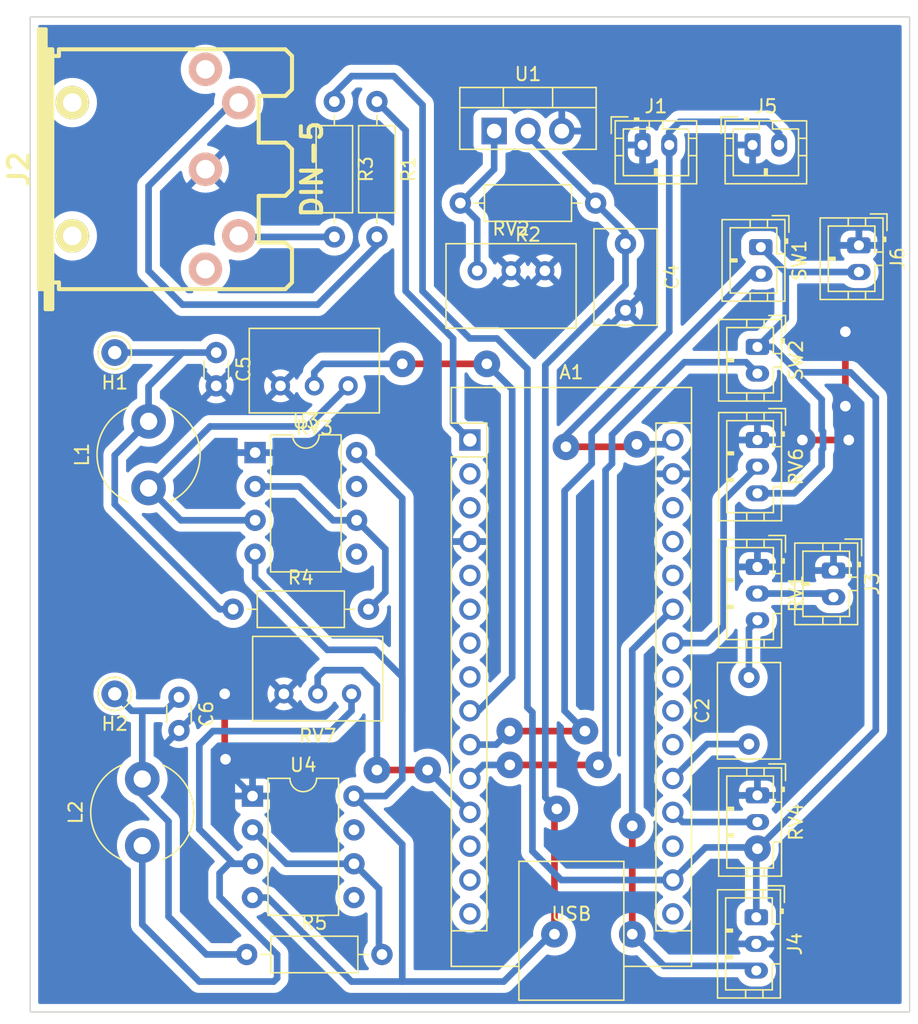
<source format=kicad_pcb>
(kicad_pcb (version 20211014) (generator pcbnew)
  (layers (0 "F.Cu" signal) (31 "B.Cu" signal) (34 "B.Paste" user) (35 "F.Paste" user) (36 "B.SilkS" user "B.Silkscreen") (37 "F.SilkS" user "F.Silkscreen") (38 "B.Mask" user) (39 "F.Mask" user) (44 "Edge.Cuts" user))
  (net 0 "")
  (net 1 "+9V")
  (net 2 "GND")
  (net 3 "TONE")
  (net 4 "Net-(C2-Pad2)")
  (net 5 "+5V")
  (net 6 "Net-(C5-Pad1)")
  (net 7 "Net-(C6-Pad1)")
  (net 9 "Net-(J2-Pad4)")
  (net 11 "Net-(J2-Pad5)")
  (net 12 "Net-(J3-Pad2)")
  (net 13 "+3V3")
  (net 14 "MIC")
  (net 15 "MOTOR")
  (net 16 "EYES")
  (net 17 "NOODLE")
  (net 18 "SMOKE")
  (net 19 "Net-(L1-Pad1)")
  (net 20 "Net-(L2-Pad1)")
  (net 21 "MIDI_TX")
  (net 22 "Net-(R2-Pad2)")
  (net 23 "Net-(R4-Pad2)")
  (net 24 "Net-(R5-Pad2)")
  (net 25 "VOLUME_GEN")
  (net 26 "WAVEFORM")
  (net 27 "POT_EXTRA")
  (net 28 "PITCH_GEN")
  (net 29 "CALIB")
  (net 30 "BUT_SMOKE")
  (footprint "Connector_JST:JST_PH_B3B-PH-K_1x03_P2.00mm_Vertical" (layer "F.Cu") (at 163.83 83.185 -90)
    (fp_text reference "RV1" (at 2 -2.9 90) (layer "F.SilkS"))
    (fp_text value "VOL A100k")
    (pad "1" thru_hole roundrect (at 0 0 270) (size 1.2 1.75) (drill 0.75) (layers *.Cu *.Mask) (roundrect_rratio 0.2083333333) (net 2 "GND"))
    (pad "2" thru_hole oval (at 2 0 270) (size 1.2 1.75) (drill 0.75) (layers *.Cu *.Mask) (net 12 "Net-(J3-Pad2)"))
    (pad "3" thru_hole oval (at 4 0 270) (size 1.2 1.75) (drill 0.75) (layers *.Cu *.Mask) (net 4 "Net-(C2-Pad2)"))
  )
  (footprint "footprints:MIDI_DIN5" (layer "F.Cu") (at 119.38 53.34 -90)
    (fp_text reference "J2" (at 0 11.00074 90) (layer "F.SilkS") (effects (font (size 1.524 1.524) (thickness 0.3048))))
    (fp_text value "DIN-5" (at 0 -11.00074 90) (layer "F.SilkS") (effects (font (size 1.524 1.524) (thickness 0.3048))))
    (pad "" np_thru_hole circle locked (at 5.00126 6.9977 270) (size 2.49936 2.49936) (drill 1.397) (layers *.Cu *.Mask "F.SilkS"))
    (pad "" np_thru_hole circle locked (at -5.00126 6.9977 270) (size 2.49936 2.49936) (drill 1.397) (layers *.Cu *.Mask "F.SilkS"))
    (pad "1" thru_hole circle locked (at 7.49808 -2.9972 270) (size 2.49936 2.49936) (drill 1.397) (layers *.Cu *.SilkS *.Mask))
    (pad "2" thru_hole circle locked (at 0 -2.99974 270) (size 2.49936 2.49936) (drill 1.397) (layers *.Cu *.SilkS *.Mask) (net 2 "GND"))
    (pad "3" thru_hole circle locked (at -7.49808 -2.9972 270) (size 2.49936 2.49936) (drill 1.397) (layers *.Cu *.SilkS *.Mask))
    (pad "4" thru_hole circle locked (at 4.99618 -5.4991 270) (size 2.49936 2.49936) (drill 1.397) (layers *.Cu *.SilkS *.Mask) (net 9 "Net-(J2-Pad4)"))
    (pad "5" thru_hole circle locked (at -4.99618 -5.4991 270) (size 2.49936 2.49936) (drill 1.397) (layers *.Cu *.SilkS *.Mask) (net 11 "Net-(J2-Pad5)"))
  )
  (footprint "Resistor_THT:R_Axial_DIN0207_L6.3mm_D2.5mm_P10.16mm_Horizontal" (layer "F.Cu") (at 132.06 48.26 -90)
    (fp_text reference "R3" (at 5.08 -2.37 90) (layer "F.SilkS"))
    (fp_text value "33 5%")
    (pad "1" thru_hole circle (at 0 0 270) (size 1.6 1.6) (drill 0.8) (layers *.Cu *.Mask) (net 13 "+3V3"))
    (pad "2" thru_hole oval (at 10.16 0 270) (size 1.6 1.6) (drill 0.8) (layers *.Cu *.Mask) (net 9 "Net-(J2-Pad4)"))
  )
  (footprint "Inductor_THT:L_Radial_D7.5mm_P5.00mm_Fastron_07P" (layer "F.Cu") (at 117.635 104.1 90)
    (fp_text reference "L2" (at 2.5 -5 90) (layer "F.SilkS"))
    (fp_text value "330u <1Ohm")
    (pad "1" thru_hole circle (at 0 0 90) (size 2.6 2.6) (drill 1.3) (layers *.Cu *.Mask) (net 20 "Net-(L2-Pad1)"))
    (pad "2" thru_hole circle (at 5 0 90) (size 2.6 2.6) (drill 1.3) (layers *.Cu *.Mask) (net 7 "Net-(C6-Pad1)"))
  )
  (footprint "Potentiometer_THT:Potentiometer_Bourns_3299W_Vertical" (layer "F.Cu") (at 128.016 69.596 180)
    (fp_text reference "RV3" (at -2.54 -3.16) (layer "F.SilkS"))
    (fp_text value "10k")
    (pad "1" thru_hole circle (at 0 0 180) (size 1.44 1.44) (drill 0.8) (layers *.Cu *.Mask) (net 2 "GND"))
    (pad "2" thru_hole circle (at -2.54 0 180) (size 1.44 1.44) (drill 0.8) (layers *.Cu *.Mask) (net 25 "VOLUME_GEN"))
    (pad "3" thru_hole circle (at -5.08 0 180) (size 1.44 1.44) (drill 0.8) (layers *.Cu *.Mask) (net 19 "Net-(L1-Pad1)"))
  )
  (footprint "Connector_Pin:Pin_D1.0mm_L10.0mm" (layer "F.Cu") (at 115.57 67.099001)
    (fp_text reference "H1" (at 0 2.25) (layer "F.SilkS"))
    (fp_text value "VOL_ANT")
    (pad "1" thru_hole circle (at 0 0) (size 2 2) (drill 1) (layers *.Cu *.Mask) (net 6 "Net-(C5-Pad1)"))
  )
  (footprint "Connector_JST:JST_PH_B3B-PH-K_1x03_P2.00mm_Vertical" (layer "F.Cu") (at 163.83 100.33 -90)
    (fp_text reference "RV4" (at 2 -2.9 90) (layer "F.SilkS"))
    (fp_text value "10k")
    (pad "1" thru_hole roundrect (at 0 0 270) (size 1.2 1.75) (drill 0.75) (layers *.Cu *.Mask) (roundrect_rratio 0.2083333333) (net 2 "GND"))
    (pad "2" thru_hole oval (at 2 0 270) (size 1.2 1.75) (drill 0.75) (layers *.Cu *.Mask) (net 26 "WAVEFORM"))
    (pad "3" thru_hole oval (at 4 0 270) (size 1.2 1.75) (drill 0.75) (layers *.Cu *.Mask) (net 13 "+3V3"))
  )
  (footprint "Resistor_THT:R_Axial_DIN0207_L6.3mm_D2.5mm_P10.16mm_Horizontal" (layer "F.Cu") (at 135.255 48.26 -90)
    (fp_text reference "R1" (at 5.08 -2.37 90) (layer "F.SilkS"))
    (fp_text value "10 5%")
    (pad "1" thru_hole circle (at 0 0 270) (size 1.6 1.6) (drill 0.8) (layers *.Cu *.Mask) (net 21 "MIDI_TX"))
    (pad "2" thru_hole oval (at 10.16 0 270) (size 1.6 1.6) (drill 0.8) (layers *.Cu *.Mask) (net 11 "Net-(J2-Pad5)"))
  )
  (footprint "Connector_JST:JST_PH_B2B-PH-K_1x02_P2.00mm_Vertical" (layer "F.Cu") (at 155.21 51.52)
    (fp_text reference "J1" (at 1 -2.9) (layer "F.SilkS"))
    (fp_text value "9VIN")
    (pad "1" thru_hole roundrect (at 0 0) (size 1.2 1.75) (drill 0.75) (layers *.Cu *.Mask) (roundrect_rratio 0.2083333333) (net 2 "GND"))
    (pad "2" thru_hole oval (at 2 0) (size 1.2 1.75) (drill 0.75) (layers *.Cu *.Mask) (net 1 "+9V"))
  )
  (footprint "Connector_JST:JST_PH_B2B-PH-K_1x02_P2.00mm_Vertical" (layer "F.Cu") (at 163.83 66.675 -90)
    (fp_text reference "SW2" (at 1 -2.9 90) (layer "F.SilkS"))
    (fp_text value "SW_Push")
    (pad "1" thru_hole roundrect (at 0 0 270) (size 1.2 1.75) (drill 0.75) (layers *.Cu *.Mask) (roundrect_rratio 0.2083333333) (net 13 "+3V3"))
    (pad "2" thru_hole oval (at 2 0 270) (size 1.2 1.75) (drill 0.75) (layers *.Cu *.Mask) (net 30 "BUT_SMOKE"))
  )
  (footprint "Connector_Pin:Pin_D1.0mm_L10.0mm" (layer "F.Cu") (at 115.57 92.71)
    (fp_text reference "H2" (at 0 2.25) (layer "F.SilkS"))
    (fp_text value "PITCH_ANT")
    (pad "1" thru_hole circle (at 0 0) (size 2 2) (drill 1) (layers *.Cu *.Mask) (net 7 "Net-(C6-Pad1)"))
  )
  (footprint "Potentiometer_THT:Potentiometer_Bourns_3299W_Vertical" (layer "F.Cu") (at 147.87 60.96)
    (fp_text reference "RV2" (at -2.54 -3.16) (layer "F.SilkS"))
    (fp_text value "10k")
    (pad "1" thru_hole circle (at 0 0) (size 1.44 1.44) (drill 0.8) (layers *.Cu *.Mask) (net 2 "GND"))
    (pad "2" thru_hole circle (at -2.54 0) (size 1.44 1.44) (drill 0.8) (layers *.Cu *.Mask) (net 2 "GND"))
    (pad "3" thru_hole circle (at -5.08 0) (size 1.44 1.44) (drill 0.8) (layers *.Cu *.Mask) (net 22 "Net-(R2-Pad2)"))
  )
  (footprint "Connector_JST:JST_PH_B2B-PH-K_1x02_P2.00mm_Vertical" (layer "F.Cu") (at 171.45 59.055 -90)
    (fp_text reference "J6" (at 1 -2.9 90) (layer "F.SilkS"))
    (fp_text value "3V3OUT")
    (pad "1" thru_hole roundrect (at 0 0 270) (size 1.2 1.75) (drill 0.75) (layers *.Cu *.Mask) (roundrect_rratio 0.2083333333) (net 2 "GND"))
    (pad "2" thru_hole oval (at 2 0 270) (size 1.2 1.75) (drill 0.75) (layers *.Cu *.Mask) (net 13 "+3V3"))
  )
  (footprint "Resistor_THT:R_Axial_DIN0207_L6.3mm_D2.5mm_P10.16mm_Horizontal" (layer "F.Cu") (at 125.476 112.268)
    (fp_text reference "R5" (at 5.08 -2.37) (layer "F.SilkS"))
    (fp_text value "15k")
    (pad "1" thru_hole circle (at 0 0) (size 1.6 1.6) (drill 0.8) (layers *.Cu *.Mask) (net 7 "Net-(C6-Pad1)"))
    (pad "2" thru_hole oval (at 10.16 0) (size 1.6 1.6) (drill 0.8) (layers *.Cu *.Mask) (net 24 "Net-(R5-Pad2)"))
  )
  (footprint "Capacitor_THT:C_Rect_L7.0mm_W4.5mm_P5.00mm" (layer "F.Cu") (at 153.924 58.928 -90)
    (fp_text reference "C4" (at 2.5 -3.5 90) (layer "F.SilkS"))
    (fp_text value "1u")
    (pad "1" thru_hole circle (at 0 0 270) (size 1.6 1.6) (drill 0.8) (layers *.Cu *.Mask) (net 5 "+5V"))
    (pad "2" thru_hole circle (at 5 0 270) (size 1.6 1.6) (drill 0.8) (layers *.Cu *.Mask) (net 2 "GND"))
  )
  (footprint "Inductor_THT:L_Radial_D7.5mm_P5.00mm_Fastron_07P" (layer "F.Cu") (at 118.11 77.259001 90)
    (fp_text reference "L1" (at 2.5 -5 90) (layer "F.SilkS"))
    (fp_text value "330u <1Ohm")
    (pad "1" thru_hole circle (at 0 0 90) (size 2.6 2.6) (drill 1.3) (layers *.Cu *.Mask) (net 19 "Net-(L1-Pad1)"))
    (pad "2" thru_hole circle (at 5 0 90) (size 2.6 2.6) (drill 1.3) (layers *.Cu *.Mask) (net 6 "Net-(C5-Pad1)"))
  )
  (footprint "Capacitor_THT:C_Disc_D3.0mm_W1.6mm_P2.50mm" (layer "F.Cu") (at 123.19 67.099001 -90)
    (fp_text reference "C5" (at 1.25 -2.05 90) (layer "F.SilkS"))
    (fp_text value "47p")
    (pad "1" thru_hole circle (at 0 0 270) (size 1.6 1.6) (drill 0.8) (layers *.Cu *.Mask) (net 6 "Net-(C5-Pad1)"))
    (pad "2" thru_hole circle (at 2.5 0 270) (size 1.6 1.6) (drill 0.8) (layers *.Cu *.Mask) (net 2 "GND"))
  )
  (footprint "Capacitor_THT:C_Rect_L7.0mm_W4.5mm_P5.00mm" (layer "F.Cu") (at 163.195 96.48 90)
    (fp_text reference "C2" (at 2.5 -3.5 90) (layer "F.SilkS"))
    (fp_text value "1u MKT")
    (pad "1" thru_hole circle (at 0 0 90) (size 1.6 1.6) (drill 0.8) (layers *.Cu *.Mask) (net 3 "TONE"))
    (pad "2" thru_hole circle (at 5 0 90) (size 1.6 1.6) (drill 0.8) (layers *.Cu *.Mask) (net 4 "Net-(C2-Pad2)"))
  )
  (footprint "Capacitor_THT:C_Disc_D3.0mm_W1.6mm_P2.50mm" (layer "F.Cu") (at 120.396 92.964 -90)
    (fp_text reference "C6" (at 1.25 -2.05 90) (layer "F.SilkS"))
    (fp_text value "47p")
    (pad "1" thru_hole circle (at 0 0 270) (size 1.6 1.6) (drill 0.8) (layers *.Cu *.Mask) (net 7 "Net-(C6-Pad1)"))
    (pad "2" thru_hole circle (at 2.5 0 270) (size 1.6 1.6) (drill 0.8) (layers *.Cu *.Mask) (net 2 "GND"))
  )
  (footprint "Connector_JST:JST_PH_B3B-PH-K_1x03_P2.00mm_Vertical" (layer "F.Cu") (at 163.745 109.474 -90)
    (fp_text reference "J4" (at 2 -2.9 90) (layer "F.SilkS"))
    (fp_text value "MIC")
    (pad "1" thru_hole roundrect (at 0 0 270) (size 1.2 1.75) (drill 0.75) (layers *.Cu *.Mask) (roundrect_rratio 0.2083333333) (net 13 "+3V3"))
    (pad "2" thru_hole oval (at 2 0 270) (size 1.2 1.75) (drill 0.75) (layers *.Cu *.Mask) (net 2 "GND"))
    (pad "3" thru_hole oval (at 4 0 270) (size 1.2 1.75) (drill 0.75) (layers *.Cu *.Mask) (net 14 "MIC"))
  )
  (footprint "Package_TO_SOT_THT:TO-220-3_Vertical" (layer "F.Cu") (at 144.06 50.475)
    (fp_text reference "U1" (at 2.54 -4.27) (layer "F.SilkS"))
    (fp_text value "LM317_TO-220")
    (pad "1" thru_hole rect (at 0 0) (size 1.905 2) (drill 1.1) (layers *.Cu *.Mask) (net 22 "Net-(R2-Pad2)"))
    (pad "2" thru_hole oval (at 2.54 0) (size 1.905 2) (drill 1.1) (layers *.Cu *.Mask) (net 5 "+5V"))
    (pad "3" thru_hole oval (at 5.08 0) (size 1.905 2) (drill 1.1) (layers *.Cu *.Mask) (net 2 "GND"))
  )
  (footprint "Connector_JST:JST_PH_B2B-PH-K_1x02_P2.00mm_Vertical" (layer "F.Cu") (at 169.545 83.455 -90)
    (fp_text reference "J3" (at 1 -2.9 90) (layer "F.SilkS"))
    (fp_text value "OUT")
    (pad "1" thru_hole roundrect (at 0 0 270) (size 1.2 1.75) (drill 0.75) (layers *.Cu *.Mask) (roundrect_rratio 0.2083333333) (net 2 "GND"))
    (pad "2" thru_hole oval (at 2 0 270) (size 1.2 1.75) (drill 0.75) (layers *.Cu *.Mask) (net 12 "Net-(J3-Pad2)"))
  )
  (footprint "Connector_JST:JST_PH_B3B-PH-K_1x03_P2.00mm_Vertical" (layer "F.Cu") (at 163.83 73.66 -90)
    (fp_text reference "RV6" (at 2 -2.9 90) (layer "F.SilkS"))
    (fp_text value "10k")
    (pad "1" thru_hole roundrect (at 0 0 270) (size 1.2 1.75) (drill 0.75) (layers *.Cu *.Mask) (roundrect_rratio 0.2083333333) (net 2 "GND"))
    (pad "2" thru_hole oval (at 2 0 270) (size 1.2 1.75) (drill 0.75) (layers *.Cu *.Mask) (net 27 "POT_EXTRA"))
    (pad "3" thru_hole oval (at 4 0 270) (size 1.2 1.75) (drill 0.75) (layers *.Cu *.Mask) (net 13 "+3V3"))
  )
  (footprint "Connector_JST:JST_PH_B2B-PH-K_1x02_P2.00mm_Vertical" (layer "F.Cu") (at 163.465 51.52)
    (fp_text reference "J5" (at 1 -2.9) (layer "F.SilkS"))
    (fp_text value "9VOUT")
    (pad "1" thru_hole roundrect (at 0 0) (size 1.2 1.75) (drill 0.75) (layers *.Cu *.Mask) (roundrect_rratio 0.2083333333) (net 2 "GND"))
    (pad "2" thru_hole oval (at 2 0) (size 1.2 1.75) (drill 0.75) (layers *.Cu *.Mask) (net 1 "+9V"))
  )
  (footprint "Connector_JST:JST_PH_B2B-PH-K_1x02_P2.00mm_Vertical" (layer "F.Cu") (at 164.084 59.182 -90)
    (fp_text reference "SW1" (at 1 -2.9 90) (layer "F.SilkS"))
    (fp_text value "SW_Push")
    (pad "1" thru_hole roundrect (at 0 0 270) (size 1.2 1.75) (drill 0.75) (layers *.Cu *.Mask) (roundrect_rratio 0.2083333333) (net 13 "+3V3"))
    (pad "2" thru_hole oval (at 2 0 270) (size 1.2 1.75) (drill 0.75) (layers *.Cu *.Mask) (net 29 "CALIB"))
  )
  (footprint "Potentiometer_THT:Potentiometer_Bourns_3299W_Vertical" (layer "F.Cu") (at 128.27 92.71 180)
    (fp_text reference "RV7" (at -2.54 -3.16) (layer "F.SilkS"))
    (fp_text value "10k")
    (pad "1" thru_hole circle (at 0 0 180) (size 1.44 1.44) (drill 0.8) (layers *.Cu *.Mask) (net 2 "GND"))
    (pad "2" thru_hole circle (at -2.54 0 180) (size 1.44 1.44) (drill 0.8) (layers *.Cu *.Mask) (net 28 "PITCH_GEN"))
    (pad "3" thru_hole circle (at -5.08 0 180) (size 1.44 1.44) (drill 0.8) (layers *.Cu *.Mask) (net 20 "Net-(L2-Pad1)"))
  )
  (footprint "Resistor_THT:R_Axial_DIN0207_L6.3mm_D2.5mm_P10.16mm_Horizontal" (layer "F.Cu") (at 124.46 86.36)
    (fp_text reference "R4" (at 5.08 -2.37) (layer "F.SilkS"))
    (fp_text value "15k")
    (pad "1" thru_hole circle (at 0 0) (size 1.6 1.6) (drill 0.8) (layers *.Cu *.Mask) (net 6 "Net-(C5-Pad1)"))
    (pad "2" thru_hole oval (at 10.16 0) (size 1.6 1.6) (drill 0.8) (layers *.Cu *.Mask) (net 23 "Net-(R4-Pad2)"))
  )
  (footprint "Package_DIP:DIP-8_W7.62mm" (layer "F.Cu") (at 125.915 100.38)
    (fp_text reference "U4" (at 3.81 -2.33) (layer "F.SilkS"))
    (fp_text value "NE555P")
    (pad "1" thru_hole rect (at 0 0) (size 1.6 1.6) (drill 0.8) (layers *.Cu *.Mask) (net 2 "GND"))
    (pad "2" thru_hole oval (at 0 2.54) (size 1.6 1.6) (drill 0.8) (layers *.Cu *.Mask) (net 24 "Net-(R5-Pad2)"))
    (pad "3" thru_hole oval (at 0 5.08) (size 1.6 1.6) (drill 0.8) (layers *.Cu *.Mask) (net 20 "Net-(L2-Pad1)"))
    (pad "4" thru_hole oval (at 0 7.62) (size 1.6 1.6) (drill 0.8) (layers *.Cu *.Mask) (net 5 "+5V"))
    (pad "5" thru_hole oval (at 7.62 7.62) (size 1.6 1.6) (drill 0.8) (layers *.Cu *.Mask))
    (pad "6" thru_hole oval (at 7.62 5.08) (size 1.6 1.6) (drill 0.8) (layers *.Cu *.Mask) (net 24 "Net-(R5-Pad2)"))
    (pad "7" thru_hole oval (at 7.62 2.54) (size 1.6 1.6) (drill 0.8) (layers *.Cu *.Mask))
    (pad "8" thru_hole oval (at 7.62 0) (size 1.6 1.6) (drill 0.8) (layers *.Cu *.Mask) (net 5 "+5V"))
  )
  (footprint "Module:Arduino_Nano" (layer "F.Cu") (at 142.24 73.66)
    (fp_text reference "A1" (at 7.62 -5.08) (layer "F.SilkS"))
    (fp_text value "Nucleo G431")
    (fp_text user "USB" (at 7.62 35.56 unlocked) (layer "F.SilkS"))
    (pad "1" thru_hole rect (at 0 0) (size 1.6 1.6) (drill 1) (layers *.Cu *.Mask) (net 21 "MIDI_TX"))
    (pad "2" thru_hole oval (at 0 2.54) (size 1.6 1.6) (drill 1) (layers *.Cu *.Mask))
    (pad "3" thru_hole oval (at 0 5.08) (size 1.6 1.6) (drill 1) (layers *.Cu *.Mask))
    (pad "4" thru_hole oval (at 0 7.62) (size 1.6 1.6) (drill 1) (layers *.Cu *.Mask) (net 2 "GND"))
    (pad "5" thru_hole oval (at 0 10.16) (size 1.6 1.6) (drill 1) (layers *.Cu *.Mask))
    (pad "6" thru_hole oval (at 0 12.7) (size 1.6 1.6) (drill 1) (layers *.Cu *.Mask) (net 16 "EYES"))
    (pad "7" thru_hole oval (at 0 15.24) (size 1.6 1.6) (drill 1) (layers *.Cu *.Mask))
    (pad "8" thru_hole oval (at 0 17.78) (size 1.6 1.6) (drill 1) (layers *.Cu *.Mask))
    (pad "9" thru_hole oval (at 0 20.32) (size 1.6 1.6) (drill 1) (layers *.Cu *.Mask) (net 25 "VOLUME_GEN"))
    (pad "10" thru_hole oval (at 0 22.86) (size 1.6 1.6) (drill 1) (layers *.Cu *.Mask) (net 29 "CALIB"))
    (pad "11" thru_hole oval (at 0 25.4) (size 1.6 1.6) (drill 1) (layers *.Cu *.Mask) (net 30 "BUT_SMOKE"))
    (pad "12" thru_hole oval (at 0 27.94) (size 1.6 1.6) (drill 1) (layers *.Cu *.Mask) (net 28 "PITCH_GEN"))
    (pad "13" thru_hole oval (at 0 30.48) (size 1.6 1.6) (drill 1) (layers *.Cu *.Mask))
    (pad "14" thru_hole oval (at 0 33.02) (size 1.6 1.6) (drill 1) (layers *.Cu *.Mask) (net 18 "SMOKE"))
    (pad "15" thru_hole oval (at 0 35.56) (size 1.6 1.6) (drill 1) (layers *.Cu *.Mask) (net 15 "MOTOR"))
    (pad "16" thru_hole oval (at 15.24 35.56) (size 1.6 1.6) (drill 1) (layers *.Cu *.Mask))
    (pad "17" thru_hole oval (at 15.24 33.02) (size 1.6 1.6) (drill 1) (layers *.Cu *.Mask) (net 13 "+3V3"))
    (pad "18" thru_hole oval (at 15.24 30.48) (size 1.6 1.6) (drill 1) (layers *.Cu *.Mask))
    (pad "19" thru_hole oval (at 15.24 27.94) (size 1.6 1.6) (drill 1) (layers *.Cu *.Mask) (net 26 "WAVEFORM"))
    (pad "20" thru_hole oval (at 15.24 25.4) (size 1.6 1.6) (drill 1) (layers *.Cu *.Mask) (net 3 "TONE"))
    (pad "21" thru_hole oval (at 15.24 22.86) (size 1.6 1.6) (drill 1) (layers *.Cu *.Mask))
    (pad "22" thru_hole oval (at 15.24 20.32) (size 1.6 1.6) (drill 1) (layers *.Cu *.Mask) (net 17 "NOODLE"))
    (pad "23" thru_hole oval (at 15.24 17.78) (size 1.6 1.6) (drill 1) (layers *.Cu *.Mask))
    (pad "24" thru_hole oval (at 15.24 15.24) (size 1.6 1.6) (drill 1) (layers *.Cu *.Mask) (net 27 "POT_EXTRA"))
    (pad "25" thru_hole oval (at 15.24 12.7) (size 1.6 1.6) (drill 1) (layers *.Cu *.Mask) (net 14 "MIC"))
    (pad "26" thru_hole oval (at 15.24 10.16) (size 1.6 1.6) (drill 1) (layers *.Cu *.Mask))
    (pad "27" thru_hole oval (at 15.24 7.62) (size 1.6 1.6) (drill 1) (layers *.Cu *.Mask))
    (pad "28" thru_hole oval (at 15.24 5.08) (size 1.6 1.6) (drill 1) (layers *.Cu *.Mask))
    (pad "29" thru_hole oval (at 15.24 2.54) (size 1.6 1.6) (drill 1) (layers *.Cu *.Mask) (net 2 "GND"))
    (pad "30" thru_hole oval (at 15.24 0) (size 1.6 1.6) (drill 1) (layers *.Cu *.Mask) (net 1 "+9V"))
  )
  (footprint "Package_DIP:DIP-8_W7.62mm" (layer "F.Cu") (at 126.11 74.605001)
    (fp_text reference "U3" (at 3.81 -2.33) (layer "F.SilkS"))
    (fp_text value "NE555P")
    (pad "1" thru_hole rect (at 0 0) (size 1.6 1.6) (drill 0.8) (layers *.Cu *.Mask) (net 2 "GND"))
    (pad "2" thru_hole oval (at 0 2.54) (size 1.6 1.6) (drill 0.8) (layers *.Cu *.Mask) (net 23 "Net-(R4-Pad2)"))
    (pad "3" thru_hole oval (at 0 5.08) (size 1.6 1.6) (drill 0.8) (layers *.Cu *.Mask) (net 19 "Net-(L1-Pad1)"))
    (pad "4" thru_hole oval (at 0 7.62) (size 1.6 1.6) (drill 0.8) (layers *.Cu *.Mask) (net 5 "+5V"))
    (pad "5" thru_hole oval (at 7.62 7.62) (size 1.6 1.6) (drill 0.8) (layers *.Cu *.Mask))
    (pad "6" thru_hole oval (at 7.62 5.08) (size 1.6 1.6) (drill 0.8) (layers *.Cu *.Mask) (net 23 "Net-(R4-Pad2)"))
    (pad "7" thru_hole oval (at 7.62 2.54) (size 1.6 1.6) (drill 0.8) (layers *.Cu *.Mask))
    (pad "8" thru_hole oval (at 7.62 0) (size 1.6 1.6) (drill 0.8) (layers *.Cu *.Mask) (net 5 "+5V"))
  )
  (footprint "Resistor_THT:R_Axial_DIN0207_L6.3mm_D2.5mm_P10.16mm_Horizontal" (layer "F.Cu") (at 151.68 55.88 180)
    (fp_text reference "R2" (at 5.08 -2.37) (layer "F.SilkS"))
    (fp_text value "240")
    (pad "1" thru_hole circle (at 0 0 180) (size 1.6 1.6) (drill 0.8) (layers *.Cu *.Mask) (net 5 "+5V"))
    (pad "2" thru_hole oval (at 10.16 0 180) (size 1.6 1.6) (drill 0.8) (layers *.Cu *.Mask) (net 22 "Net-(R2-Pad2)"))
  )
  (gr_rect (start 109.22 41.91) (end 175.26 116.586) (layer "Edge.Cuts") (width 0.1) (fill none))
  (segment (start 154.591326 74.168) (end 149.4515 74.168) (width 0.5) (layer "F.Cu") (net 1))
  (segment (start 154.778413 73.980913) (end 154.591326 74.168) (width 0.5) (layer "F.Cu") (net 1))
  (via (at 154.778413 73.980913) (size 2) (drill 0.8) (layers "F.Cu" "B.Cu") (net 1))
  (via (at 149.4515 74.168) (size 2) (drill 0.8) (layers "F.Cu" "B.Cu") (net 1))
  (segment (start 157.21 51.52) (end 157.21 50.562) (width 0.5) (layer "B.Cu") (net 1))
  (segment (start 157.159087 73.980913) (end 157.48 73.66) (width 0.5) (layer "B.Cu") (net 1))
  (segment (start 149.4515 73.3065) (end 157.21 65.548) (width 0.5) (layer "B.Cu") (net 1))
  (segment (start 157.21 65.548) (end 157.21 51.52) (width 0.5) (layer "B.Cu") (net 1))
  (segment (start 157.21 50.562) (end 157.988 49.784) (width 0.5) (layer "B.Cu") (net 1))
  (segment (start 165.465 50.657) (end 165.465 51.52) (width 0.5) (layer "B.Cu") (net 1))
  (segment (start 157.988 49.784) (end 164.592 49.784) (width 0.5) (layer "B.Cu") (net 1))
  (segment (start 149.4515 74.168) (end 149.4515 73.3065) (width 0.5) (layer "B.Cu") (net 1))
  (segment (start 154.778413 73.980913) (end 157.159087 73.980913) (width 0.5) (layer "B.Cu") (net 1))
  (segment (start 164.592 49.784) (end 165.465 50.657) (width 0.5) (layer "B.Cu") (net 1))
  (segment (start 123.825 97.556298) (end 123.825 92.71) (width 0.5) (layer "F.Cu") (net 2))
  (segment (start 170.434 65.532) (end 170.434 71.12) (width 0.5) (layer "F.Cu") (net 2))
  (segment (start 167.2065 73.66) (end 170.688 73.66) (width 0.5) (layer "F.Cu") (net 2))
  (segment (start 123.887303 97.618601) (end 123.825 97.556298) (width 0.5) (layer "F.Cu") (net 2))
  (via (at 167.2065 73.66) (size 2) (drill 0.8) (layers "F.Cu" "B.Cu") (net 2))
  (via (at 123.887303 97.618601) (size 2) (drill 0.8) (layers "F.Cu" "B.Cu") (net 2))
  (via (at 123.825 92.71) (size 2) (drill 0.8) (layers "F.Cu" "B.Cu") (net 2))
  (via (at 170.434 71.12) (size 2) (drill 0.8) (layers "F.Cu" "B.Cu") (net 2))
  (via (at 170.434 65.532) (size 2) (drill 0.8) (layers "F.Cu" "B.Cu") (net 2))
  (via (at 170.688 73.66) (size 2) (drill 0.8) (layers "F.Cu" "B.Cu") (net 2))
  (segment (start 123.887303 97.618601) (end 123.887303 98.352303) (width 0.5) (layer "B.Cu") (net 2))
  (segment (start 123.887303 98.352303) (end 125.915 100.38) (width 0.5) (layer "B.Cu") (net 2))
  (segment (start 163.83 73.66) (end 167.2065 73.66) (width 0.5) (layer "B.Cu") (net 2))
  (segment (start 163.195 96.48) (end 160.06 96.48) (width 0.5) (layer "B.Cu") (net 3))
  (segment (start 160.06 96.48) (end 157.48 99.06) (width 0.5) (layer "B.Cu") (net 3))
  (segment (start 163.195 91.48) (end 163.195 87.82) (width 0.5) (layer "B.Cu") (net 4))
  (segment (start 163.195 87.82) (end 163.83 87.185) (width 0.5) (layer "B.Cu") (net 4))
  (segment (start 148.7695 101.346) (end 148.59 101.5255) (width 0.5) (layer "F.Cu") (net 5))
  (segment (start 146.6 50.8) (end 146.6 50.475) (width 0.5) (layer "F.Cu") (net 5))
  (segment (start 148.59 101.5255) (end 148.59 110.744) (width 0.5) (layer "F.Cu") (net 5))
  (via (at 148.59 110.744) (size 2) (drill 0.8) (layers "F.Cu" "B.Cu") (net 5))
  (via (at 148.7695 101.346) (size 2) (drill 0.8) (layers "F.Cu" "B.Cu") (net 5))
  (segment (start 131.528999 89.408) (end 135.128 89.408) (width 0.5) (layer "B.Cu") (net 5))
  (segment (start 144.78 114.3) (end 137.16 114.3) (width 0.5) (layer "B.Cu") (net 5))
  (segment (start 148.7695 101.346) (end 147.902 100.4785) (width 0.5) (layer "B.Cu") (net 5))
  (segment (start 151.68 55.88) (end 153.924 58.124) (width 0.5) (layer "B.Cu") (net 5))
  (segment (start 148.59 110.744) (end 148.336 110.744) (width 0.5) (layer "B.Cu") (net 5))
  (segment (start 126.11 83.989001) (end 131.528999 89.408) (width 0.5) (layer "B.Cu") (net 5))
  (segment (start 137.16 114.3) (end 137.16 104.005) (width 0.5) (layer "B.Cu") (net 5))
  (segment (start 148.336 110.744) (end 144.78 114.3) (width 0.5) (layer "B.Cu") (net 5))
  (segment (start 133.35 114.3) (end 137.16 114.3) (width 0.5) (layer "B.Cu") (net 5))
  (segment (start 137.16 104.005) (end 133.535 100.38) (width 0.5) (layer "B.Cu") (net 5))
  (segment (start 126.11 82.225001) (end 126.11 83.989001) (width 0.5) (layer "B.Cu") (net 5))
  (segment (start 135.128 89.408) (end 137.16 91.44) (width 0.5) (layer "B.Cu") (net 5))
  (segment (start 153.924 62.016) (end 153.924 58.928) (width 0.5) (layer "B.Cu") (net 5))
  (segment (start 146.6 50.8) (end 151.68 55.88) (width 0.5) (layer "B.Cu") (net 5))
  (segment (start 137.16 78.035001) (end 133.73 74.605001) (width 0.5) (layer "B.Cu") (net 5))
  (segment (start 137.16 93.98) (end 137.16 78.035001) (width 0.5) (layer "B.Cu") (net 5))
  (segment (start 137.16 91.44) (end 137.16 93.98) (width 0.5) (layer "B.Cu") (net 5))
  (segment (start 125.915 108) (end 127.05 108) (width 0.5) (layer "B.Cu") (net 5))
  (segment (start 147.902 68.038) (end 153.924 62.016) (width 0.5) (layer "B.Cu") (net 5))
  (segment (start 147.902 100.4785) (end 147.902 68.038) (width 0.5) (layer "B.Cu") (net 5))
  (segment (start 135.89 100.38) (end 133.535 100.38) (width 0.5) (layer "B.Cu") (net 5))
  (segment (start 127.05 108) (end 133.35 114.3) (width 0.5) (layer "B.Cu") (net 5))
  (segment (start 146.6 50.475) (end 146.6 50.8) (width 0.5) (layer "B.Cu") (net 5))
  (segment (start 137.16 93.98) (end 137.16 99.11) (width 0.5) (layer "B.Cu") (net 5))
  (segment (start 137.16 99.11) (end 135.89 100.38) (width 0.5) (layer "B.Cu") (net 5))
  (segment (start 153.924 58.124) (end 153.924 58.928) (width 0.5) (layer "B.Cu") (net 5))
  (segment (start 123.444 86.36) (end 115.57 78.486) (width 0.5) (layer "B.Cu") (net 6))
  (segment (start 115.57 78.486) (end 115.57 74.799001) (width 0.5) (layer "B.Cu") (net 6))
  (segment (start 115.57 67.099001) (end 120.65 67.099001) (width 0.5) (layer "B.Cu") (net 6))
  (segment (start 120.65 67.099001) (end 123.19 67.099001) (width 0.5) (layer "B.Cu") (net 6))
  (segment (start 118.11 72.259001) (end 118.11 69.639001) (width 0.5) (layer "B.Cu") (net 6))
  (segment (start 118.11 69.639001) (end 120.65 67.099001) (width 0.5) (layer "B.Cu") (net 6))
  (segment (start 115.57 74.799001) (end 118.11 72.259001) (width 0.5) (layer "B.Cu") (net 6))
  (segment (start 124.46 86.36) (end 123.444 86.36) (width 0.5) (layer "B.Cu") (net 6))
  (segment (start 117.635 99.1) (end 117.635 93.98) (width 0.5) (layer "B.Cu") (net 7))
  (segment (start 116.84 93.98) (end 119.38 93.98) (width 0.5) (layer "B.Cu") (net 7))
  (segment (start 119.6086 109.4232) (end 122.4534 112.268) (width 0.5) (layer "B.Cu") (net 7))
  (segment (start 117.635 100.3122) (end 119.6086 102.2858) (width 0.5) (layer "B.Cu") (net 7))
  (segment (start 117.635 99.1) (end 117.635 100.3122) (width 0.5) (layer "B.Cu") (net 7))
  (segment (start 119.6086 102.2858) (end 119.6086 109.4232) (width 0.5) (layer "B.Cu") (net 7))
  (segment (start 122.4534 112.268) (end 125.476 112.268) (width 0.5) (layer "B.Cu") (net 7))
  (segment (start 119.38 93.98) (end 120.396 92.964) (width 0.5) (layer "B.Cu") (net 7))
  (segment (start 117.635 93.98) (end 119.38 93.98) (width 0.5) (layer "B.Cu") (net 7))
  (segment (start 115.57 92.71) (end 116.84 93.98) (width 0.5) (layer "B.Cu") (net 7))
  (segment (start 132.06 58.42) (end 124.96292 58.42) (width 0.5) (layer "B.Cu") (net 9))
  (segment (start 124.96292 58.42) (end 124.8791 58.33618) (width 0.5) (layer "B.Cu") (net 9))
  (segment (start 135.255 58.42) (end 135.255 59.055) (width 0.5) (layer "B.Cu") (net 11))
  (segment (start 130.81 63.5) (end 120.65 63.5) (width 0.5) (layer "B.Cu") (net 11))
  (segment (start 118.11 54.60746) (end 124.37364 48.34382) (width 0.5) (layer "B.Cu") (net 11))
  (segment (start 135.255 59.055) (end 130.81 63.5) (width 0.5) (layer "B.Cu") (net 11))
  (segment (start 118.11 60.96) (end 118.11 54.60746) (width 0.5) (layer "B.Cu") (net 11))
  (segment (start 120.65 63.5) (end 118.11 60.96) (width 0.5) (layer "B.Cu") (net 11))
  (segment (start 124.37364 48.34382) (end 124.8791 48.34382) (width 0.5) (layer "B.Cu") (net 11))
  (segment (start 163.83 85.185) (end 169.275 85.185) (width 0.5) (layer "B.Cu") (net 12))
  (segment (start 169.275 85.185) (end 169.545 85.455) (width 0.5) (layer "B.Cu") (net 12))
  (via (at 163.83 104.33) (size 2) (drill 0.8) (layers "F.Cu" "B.Cu") (net 13))
  (segment (start 166.5925 77.66) (end 163.83 77.66) (width 0.5) (layer "B.Cu") (net 13))
  (segment (start 146.935049 104.517049) (end 146.935049 94.103049) (width 0.5) (layer "B.Cu") (net 13))
  (segment (start 136.525 46.355) (end 133.35 46.355) (width 0.5) (layer "B.Cu") (net 13))
  (segment (start 163.745 104.33) (end 163.83 104.33) (width 0.5) (layer "B.Cu") (net 13))
  (segment (start 168.7565 73.017968) (end 168.7565 74.302032) (width 0.5) (layer "B.Cu") (net 13))
  (segment (start 149.098 106.68) (end 146.935049 104.517049) (width 0.5) (layer "B.Cu") (net 13))
  (segment (start 166.878 68.834) (end 168.656 70.612) (width 0.5) (layer "B.Cu") (net 13))
  (segment (start 164.973 66.675) (end 166.878 68.58) (width 0.5) (layer "B.Cu") (net 13))
  (segment (start 163.83 66.675) (end 164.973 66.675) (width 0.5) (layer "B.Cu") (net 13))
  (segment (start 170.815 68.58) (end 166.878 68.58) (width 0.5) (layer "B.Cu") (net 13))
  (segment (start 166.878 68.58) (end 166.878 68.834) (width 0.5) (layer "B.Cu") (net 13))
  (segment (start 163.83 104.33) (end 172.72 95.44) (width 0.5) (layer "B.Cu") (net 13))
  (segment (start 163.65 104.235) (end 159.925 104.235) (width 0.5) (layer "B.Cu") (net 13))
  (segment (start 142.24 66.04) (end 138.684 62.484) (width 0.5) (layer "B.Cu") (net 13))
  (segment (start 168.656 75.5965) (end 166.5925 77.66) (width 0.5) (layer "B.Cu") (net 13))
  (segment (start 168.7565 74.302032) (end 168.656 74.402532) (width 0.5) (layer "B.Cu") (net 13))
  (segment (start 157.48 106.68) (end 149.098 106.68) (width 0.5) (layer "B.Cu") (net 13))
  (segment (start 165.957 61.055) (end 164.084 59.182) (width 0.5) (layer "B.Cu") (net 13))
  (segment (start 159.925 104.235) (end 157.48 106.68) (width 0.5) (layer "B.Cu") (net 13))
  (segment (start 172.72 70.485) (end 170.815 68.58) (width 0.5) (layer "B.Cu") (net 13))
  (segment (start 163.83 66.675) (end 165.957 64.548) (width 0.5) (layer "B.Cu") (net 13))
  (segment (start 172.72 95.44) (end 172.72 70.485) (width 0.5) (layer "B.Cu") (net 13))
  (segment (start 168.656 70.612) (end 168.656 72.917468) (width 0.5) (layer "B.Cu") (net 13))
  (segment (start 168.656 72.917468) (end 168.7565 73.017968) (width 0.5) (layer "B.Cu") (net 13))
  (segment (start 132.06 47.645) (end 132.06 48.26) (width 0.5) (layer "B.Cu") (net 13))
  (segment (start 146.935049 94.103049) (end 146.558 93.726) (width 0.5) (layer "B.Cu") (net 13))
  (segment (start 163.745 109.474) (end 163.745 104.33) (width 0.5) (layer "B.Cu") (net 13))
  (segment (start 138.684 62.484) (end 138.684 48.514) (width 0.5) (layer "B.Cu") (net 13))
  (segment (start 171.45 61.055) (end 165.957 61.055) (width 0.5) (layer "B.Cu") (net 13))
  (segment (start 133.35 46.355) (end 132.06 47.645) (width 0.5) (layer "B.Cu") (net 13))
  (segment (start 165.957 64.548) (end 165.957 61.055) (width 0.5) (layer "B.Cu") (net 13))
  (segment (start 168.656 74.402532) (end 168.656 75.5965) (width 0.5) (layer "B.Cu") (net 13))
  (segment (start 146.558 68.326) (end 144.272 66.04) (width 0.5) (layer "B.Cu") (net 13))
  (segment (start 146.558 93.726) (end 146.558 68.326) (width 0.5) (layer "B.Cu") (net 13))
  (segment (start 138.684 48.514) (end 136.525 46.355) (width 0.5) (layer "B.Cu") (net 13))
  (segment (start 144.272 66.04) (end 142.24 66.04) (width 0.5) (layer "B.Cu") (net 13))
  (segment (start 163.745 104.33) (end 163.65 104.235) (width 0.5) (layer "B.Cu") (net 13))
  (segment (start 154.432 110.744) (end 154.432 102.616) (width 0.5) (layer "F.Cu") (net 14))
  (via (at 154.432 102.616) (size 2) (drill 0.8) (layers "F.Cu" "B.Cu") (net 14))
  (via (at 154.432 110.744) (size 2) (drill 0.8) (layers "F.Cu" "B.Cu") (net 14))
  (segment (start 156.813 113.125) (end 154.432 110.744) (width 0.5) (layer "B.Cu") (net 14))
  (segment (start 154.432 102.616) (end 154.432 89.408) (width 0.5) (layer "B.Cu") (net 14))
  (segment (start 163.745 113.474) (end 163.396 113.125) (width 0.5) (layer "B.Cu") (net 14))
  (segment (start 154.432 89.408) (end 157.48 86.36) (width 0.5) (layer "B.Cu") (net 14))
  (segment (start 163.396 113.125) (end 156.813 113.125) (width 0.5) (layer "B.Cu") (net 14))
  (segment (start 133.096 69.596) (end 130.048 72.644) (width 0.5) (layer "B.Cu") (net 19))
  (segment (start 122.725001 72.644) (end 118.11 77.259001) (width 0.5) (layer "B.Cu") (net 19))
  (segment (start 120.536 79.685001) (end 118.11 77.259001) (width 0.5) (layer "B.Cu") (net 19))
  (segment (start 126.11 79.685001) (end 120.536 79.685001) (width 0.5) (layer "B.Cu") (net 19))
  (segment (start 130.048 72.644) (end 122.725001 72.644) (width 0.5) (layer "B.Cu") (net 19))
  (segment (start 123.444 106.172) (end 123.444 107.95) (width 0.5) (layer "B.Cu") (net 20))
  (segment (start 127.508 114.3) (end 121.92 114.3) (width 0.5) (layer "B.Cu") (net 20))
  (segment (start 133.35 93.98) (end 133.35 92.71) (width 0.5) (layer "B.Cu") (net 20))
  (segment (start 124.156 105.46) (end 123.444 106.172) (width 0.5) (layer "B.Cu") (net 20))
  (segment (start 124.51 105.46) (end 121.92 102.87) (width 0.5) (layer "B.Cu") (net 20))
  (segment (start 117.635 110.015) (end 117.635 104.1) (width 0.5) (layer "B.Cu") (net 20))
  (segment (start 127.762 114.046) (end 127.508 114.3) (width 0.5) (layer "B.Cu") (net 20))
  (segment (start 131.826 95.504) (end 133.35 93.98) (width 0.5) (layer "B.Cu") (net 20))
  (segment (start 123.444 107.95) (end 127.762 112.268) (width 0.5) (layer "B.Cu") (net 20))
  (segment (start 125.915 105.46) (end 124.51 105.46) (width 0.5) (layer "B.Cu") (net 20))
  (segment (start 121.92 102.87) (end 121.92 96.52) (width 0.5) (layer "B.Cu") (net 20))
  (segment (start 121.92 96.52) (end 122.936 95.504) (width 0.5) (layer "B.Cu") (net 20))
  (segment (start 122.936 95.504) (end 131.826 95.504) (width 0.5) (layer "B.Cu") (net 20))
  (segment (start 125.915 105.46) (end 124.156 105.46) (width 0.5) (layer "B.Cu") (net 20))
  (segment (start 121.92 114.3) (end 117.635 110.015) (width 0.5) (layer "B.Cu") (net 20))
  (segment (start 127.762 112.268) (end 127.762 114.046) (width 0.5) (layer "B.Cu") (net 20))
  (segment (start 137.414 62.484) (end 137.414 50.419) (width 0.5) (layer "B.Cu") (net 21))
  (segment (start 140.98 66.05) (end 137.414 62.484) (width 0.5) (layer "B.Cu") (net 21))
  (segment (start 140.98 72.4) (end 140.98 66.05) (width 0.5) (layer "B.Cu") (net 21))
  (segment (start 137.414 50.419) (end 135.255 48.26) (width 0.5) (layer "B.Cu") (net 21))
  (segment (start 142.24 73.66) (end 140.98 72.4) (width 0.5) (layer "B.Cu") (net 21))
  (segment (start 144.06 53.34) (end 141.52 55.88) (width 0.5) (layer "B.Cu") (net 22))
  (segment (start 142.79 60.96) (end 142.79 57.15) (width 0.5) (layer "B.Cu") (net 22))
  (segment (start 142.79 57.15) (end 141.52 55.88) (width 0.5) (layer "B.Cu") (net 22))
  (segment (start 144.06 50.475) (end 144.06 53.34) (width 0.5) (layer "B.Cu") (net 22))
  (segment (start 131.966 79.685001) (end 133.73 79.685001) (width 0.5) (layer "B.Cu") (net 23))
  (segment (start 126.11 77.145001) (end 129.426 77.145001) (width 0.5) (layer "B.Cu") (net 23))
  (segment (start 135.89 81.845001) (end 135.89 85.09) (width 0.5) (layer "B.Cu") (net 23))
  (segment (start 133.73 79.685001) (end 135.89 81.845001) (width 0.5) (layer "B.Cu") (net 23))
  (segment (start 129.426 77.145001) (end 131.966 79.685001) (width 0.5) (layer "B.Cu") (net 23))
  (segment (start 135.89 85.09) (end 134.62 86.36) (width 0.5) (layer "B.Cu") (net 23))
  (segment (start 135.636 112.268) (end 135.415 112.047) (width 0.5) (layer "B.Cu") (net 24))
  (segment (start 125.915 102.92) (end 128.455 105.46) (width 0.5) (layer "B.Cu") (net 24))
  (segment (start 128.455 105.46) (end 133.535 105.46) (width 0.5) (layer "B.Cu") (net 24))
  (segment (start 135.415 107.34) (end 133.535 105.46) (width 0.5) (layer "B.Cu") (net 24))
  (segment (start 135.415 112.047) (end 135.415 107.34) (width 0.5) (layer "B.Cu") (net 24))
  (segment (start 143.51 67.945) (end 137.16 67.945) (width 0.5) (layer "F.Cu") (net 25))
  (via (at 137.16 67.945) (size 2) (drill 0.8) (layers "F.Cu" "B.Cu") (net 25))
  (via (at 143.51 67.945) (size 2) (drill 0.8) (layers "F.Cu" "B.Cu") (net 25))
  (segment (start 130.556 68.58) (end 131.191 67.945) (width 0.5) (layer "B.Cu") (net 25))
  (segment (start 131.191 67.945) (end 137.16 67.945) (width 0.5) (layer "B.Cu") (net 25))
  (segment (start 145.415 69.85) (end 145.415 91.44) (width 0.5) (layer "B.Cu") (net 25))
  (segment (start 143.51 67.945) (end 145.415 69.85) (width 0.5) (layer "B.Cu") (net 25))
  (segment (start 130.556 69.596) (end 130.556 68.58) (width 0.5) (layer "B.Cu") (net 25))
  (segment (start 145.415 91.44) (end 142.875 93.98) (width 0.5) (layer "B.Cu") (net 25))
  (segment (start 142.875 93.98) (end 142.24 93.98) (width 0.5) (layer "B.Cu") (net 25))
  (segment (start 163.83 102.33) (end 158.21 102.33) (width 0.5) (layer "B.Cu") (net 26))
  (segment (start 158.21 102.33) (end 157.48 101.6) (width 0.5) (layer "B.Cu") (net 26))
  (segment (start 160.02 88.9) (end 157.48 88.9) (width 0.5) (layer "B.Cu") (net 27))
  (segment (start 161.29 78.2) (end 161.29 87.63) (width 0.5) (layer "B.Cu") (net 27))
  (segment (start 163.83 75.66) (end 161.29 78.2) (width 0.5) (layer "B.Cu") (net 27))
  (segment (start 161.29 87.63) (end 160.02 88.9) (width 0.5) (layer "B.Cu") (net 27))
  (segment (start 135.255 98.425) (end 139.065 98.425) (width 0.5) (layer "F.Cu") (net 28))
  (via (at 139.065 98.425) (size 2) (drill 0.8) (layers "F.Cu" "B.Cu") (net 28))
  (via (at 135.255 98.425) (size 2) (drill 0.8) (layers "F.Cu" "B.Cu") (net 28))
  (segment (start 130.81 91.44) (end 131.318 90.932) (width 0.5) (layer "B.Cu") (net 28))
  (segment (start 134.112 90.932) (end 135.255 92.075) (width 0.5) (layer "B.Cu") (net 28))
  (segment (start 139.065 98.425) (end 142.24 101.6) (width 0.5) (layer "B.Cu") (net 28))
  (segment (start 131.318 90.932) (end 134.112 90.932) (width 0.5) (layer "B.Cu") (net 28))
  (segment (start 135.255 92.075) (end 135.255 98.425) (width 0.5) (layer "B.Cu") (net 28))
  (segment (start 130.81 92.71) (end 130.81 91.44) (width 0.5) (layer "B.Cu") (net 28))
  (segment (start 150.876 95.504) (end 145.2355 95.504) (width 0.5) (layer "F.Cu") (net 29))
  (via (at 150.876 95.504) (size 2) (drill 0.8) (layers "F.Cu" "B.Cu") (net 29))
  (via (at 145.2355 95.504) (size 2) (drill 0.8) (layers "F.Cu" "B.Cu") (net 29))
  (segment (start 151.384 73.152) (end 163.354 61.182) (width 0.5) (layer "B.Cu") (net 29))
  (segment (start 151.384 75.438) (end 151.384 73.152) (width 0.5) (layer "B.Cu") (net 29))
  (segment (start 144.2195 96.52) (end 145.2355 95.504) (width 0.5) (layer "B.Cu") (net 29))
  (segment (start 149.352 77.47) (end 151.384 75.438) (width 0.5) (layer "B.Cu") (net 29))
  (segment (start 150.876 95.504) (end 149.352 93.98) (width 0.5) (layer "B.Cu") (net 29))
  (segment (start 142.24 96.52) (end 144.2195 96.52) (width 0.5) (layer "B.Cu") (net 29))
  (segment (start 149.352 93.98) (end 149.352 77.47) (width 0.5) (layer "B.Cu") (net 29))
  (segment (start 163.354 61.182) (end 164.084 61.182) (width 0.5) (layer "B.Cu") (net 29))
  (segment (start 151.892 98.044) (end 145.2355 98.044) (width 0.5) (layer "F.Cu") (net 30))
  (via (at 145.2355 98.044) (size 2) (drill 0.8) (layers "F.Cu" "B.Cu") (net 30))
  (via (at 151.892 98.044) (size 2) (drill 0.8) (layers "F.Cu" "B.Cu") (net 30))
  (segment (start 163.83 68.675) (end 162.98 67.825) (width 0.5) (layer "B.Cu") (net 30))
  (segment (start 145.2355 98.044) (end 143.256 98.044) (width 0.5) (layer "B.Cu") (net 30))
  (segment (start 152.426 97.51) (end 151.892 98.044) (width 0.5) (layer "B.Cu") (net 30))
  (segment (start 152.908 75.438) (end 152.426 75.92) (width 0.5) (layer "B.Cu") (net 30))
  (segment (start 152.908 73.26737) (end 152.908 75.438) (width 0.5) (layer "B.Cu") (net 30))
  (segment (start 162.98 67.825) (end 158.35037 67.825) (width 0.5) (layer "B.Cu") (net 30))
  (segment (start 158.35037 67.825) (end 152.908 73.26737) (width 0.5) (layer "B.Cu") (net 30))
  (segment (start 152.426 75.92) (end 152.426 97.51) (width 0.5) (layer "B.Cu") (net 30))
  (segment (start 143.256 98.044) (end 142.24 99.06) (width 0.5) (layer "B.Cu") (net 30))
  (zone (net 2) (net_name "GND") (layer "B.Cu") (connect_pads (clearance 0.6)) (min_thickness 0.254) (fill yes (thermal_gap 0.508) (thermal_bridge_width 0.508) (island_removal_mode 2) (island_area_min 5))
    (polygon (pts (xy 175.895 117.475) (xy 107.95 117.475) (xy 107.95 40.64) (xy 175.895 40.64)))
  )
)
</source>
